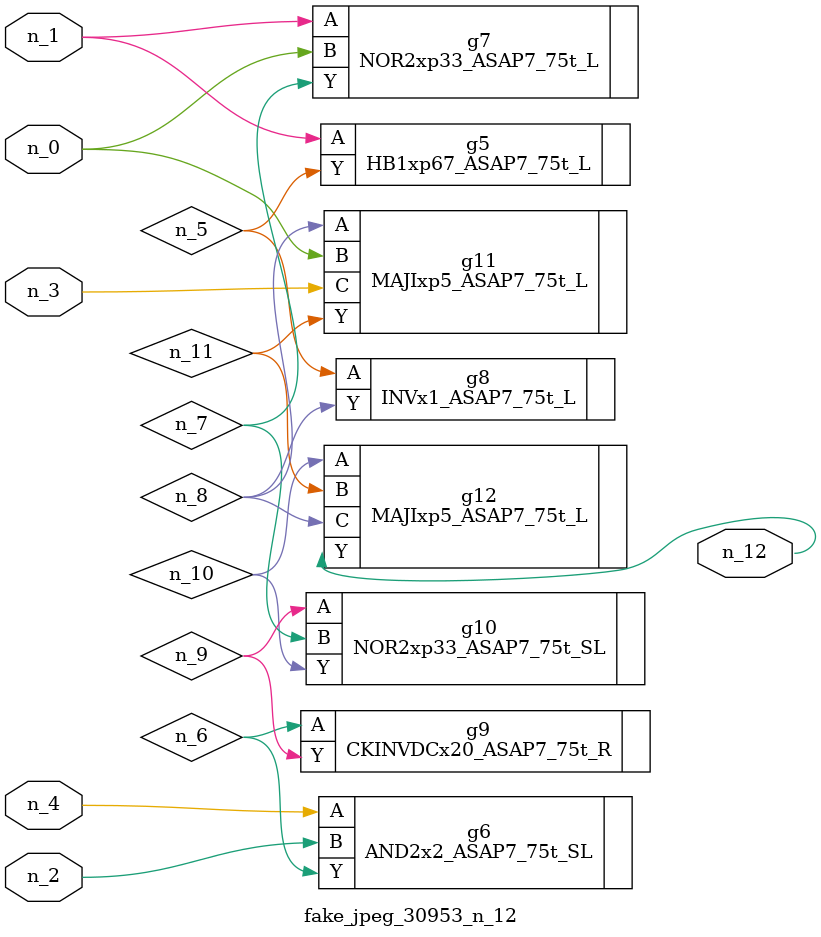
<source format=v>
module fake_jpeg_30953_n_12 (n_3, n_2, n_1, n_0, n_4, n_12);

input n_3;
input n_2;
input n_1;
input n_0;
input n_4;

output n_12;

wire n_11;
wire n_10;
wire n_8;
wire n_9;
wire n_6;
wire n_5;
wire n_7;

HB1xp67_ASAP7_75t_L g5 ( 
.A(n_1),
.Y(n_5)
);

AND2x2_ASAP7_75t_SL g6 ( 
.A(n_4),
.B(n_2),
.Y(n_6)
);

NOR2xp33_ASAP7_75t_L g7 ( 
.A(n_1),
.B(n_0),
.Y(n_7)
);

INVx1_ASAP7_75t_L g8 ( 
.A(n_5),
.Y(n_8)
);

MAJIxp5_ASAP7_75t_L g11 ( 
.A(n_8),
.B(n_0),
.C(n_3),
.Y(n_11)
);

CKINVDCx20_ASAP7_75t_R g9 ( 
.A(n_6),
.Y(n_9)
);

NOR2xp33_ASAP7_75t_SL g10 ( 
.A(n_9),
.B(n_7),
.Y(n_10)
);

MAJIxp5_ASAP7_75t_L g12 ( 
.A(n_10),
.B(n_11),
.C(n_8),
.Y(n_12)
);


endmodule
</source>
